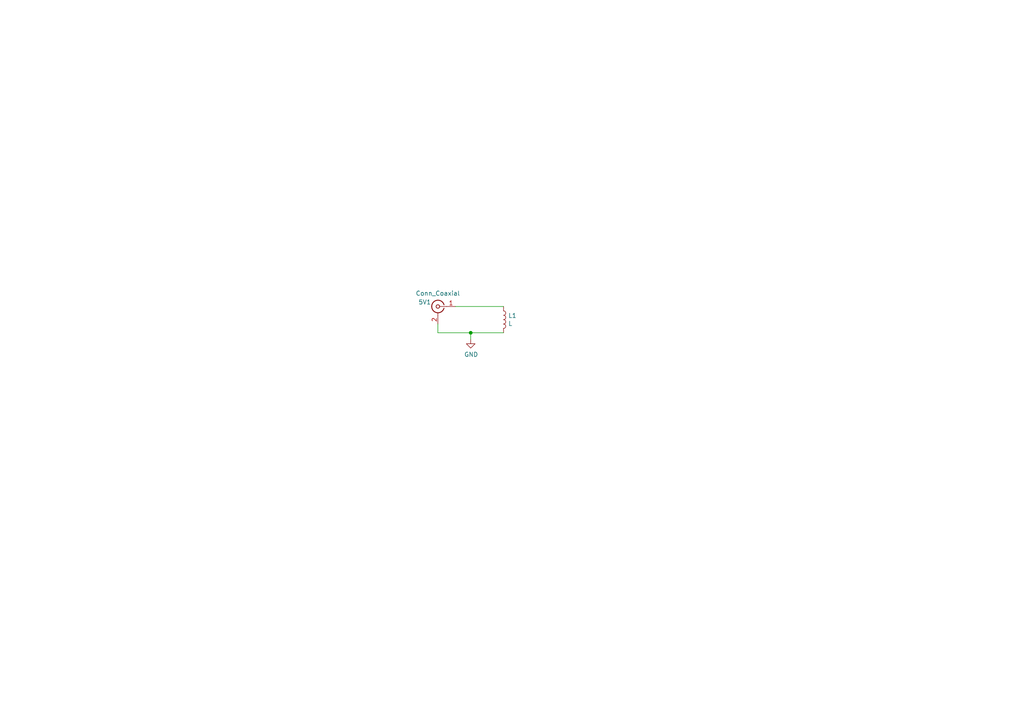
<source format=kicad_sch>
(kicad_sch (version 20211123) (generator eeschema)
  (paper "A4")
  (lib_symbols
    (symbol "Connector:Conn_Coaxial" (pin_names (offset 1.016) hide)
      (property "Reference" "J" (at 0.254 3.048 0))
      (property "Value" "Conn_Coaxial" (at 2.921 0 90))
      (symbol "Conn_Coaxial_0_1"
        (arc (start -1.778 -0.508) (mid 0.222 -1.808) (end 1.778 0) (stroke (width 0.254)))
        (polyline (pts (xy -2.54 0) (xy -0.508 0)))
        (polyline (pts (xy 0 -2.54) (xy 0 -1.778)))
        (circle (center 0 0) (radius 0.508) (stroke (width 0.2032)))
        (arc (start 1.778 0) (mid 0.2221 1.8083) (end -1.778 0.508) (stroke (width 0.254)))
      )
      (symbol "Conn_Coaxial_1_1"
        (pin passive line (at -5.08 0 0) (length 2.54) (name "In") (number "1"))
        (pin passive line (at 0 -5.08 90) (length 2.54) (name "Ext") (number "2"))
      )
    )
    (symbol "Device:L" (pin_numbers hide) (pin_names (offset 1.016) hide)
      (property "Reference" "L" (at -1.27 0 90))
      (property "Value" "L" (at 1.905 0 90))
      (symbol "L_0_1"
        (arc (start 0 -2.54) (mid 0.635 -1.905) (end 0 -1.27))
        (arc (start 0 -1.27) (mid 0.635 -0.635) (end 0 0))
        (arc (start 0 0) (mid 0.635 0.635) (end 0 1.27))
        (arc (start 0 1.27) (mid 0.635 1.905) (end 0 2.54))
      )
      (symbol "L_1_1"
        (pin passive line (at 0 3.81 270) (length 1.27) (name "1") (number "1"))
        (pin passive line (at 0 -3.81 90) (length 1.27) (name "2") (number "2"))
      )
    )
    (symbol "power:GND" (power) (pin_names (offset 0))
      (property "Value" "GND" (at 0 -3.81 0))
      (symbol "GND_0_1"
        (polyline (pts (xy 0 0) (xy 0 -1.27) (xy 1.27 -1.27) (xy 0 -2.54) (xy -1.27 -1.27) (xy 0 -1.27)))
      )
      (symbol "GND_1_1"
        (pin power_in line (at 0 0 270) (length 0) hide (name "GND") (number "1"))
      )
    )
  )
  (junction (at 136.525 96.52))
  (wire (pts (xy 136.525 98.425) (xy 136.525 96.52)))
  (wire (pts (xy 132.08 88.9) (xy 146.05 88.9)))
  (wire (pts (xy 127 96.52) (xy 136.525 96.52)))
  (wire (pts (xy 136.525 96.52) (xy 146.05 96.52)))
  (wire (pts (xy 127 93.98) (xy 127 96.52)))
  (symbol (lib_id "Device:L") (at 146.05 92.71 0) (unit 1)
    (property "Reference" "L1" (at 147.3962 91.5416 0) (effects (justify left)))
    (property "Value" "L" (at 147.3962 93.853 0) (effects (justify left)))
    (property "Footprint" "L_Coil:L_Coil" (effects hide))
  )
  (symbol (lib_id "power:GND") (at 136.525 98.425 0) (unit 1)
    (property "Reference" "#PWR01" (effects hide))
    (property "Value" "GND" (at 136.652 102.8192 0))
  )
  (symbol (lib_id "Connector:Conn_Coaxial") (at 127 88.9 0) (mirror y) (unit 1)
    (property "Reference" "5V1" (at 123.19 87.63 0))
    (property "Value" "Conn_Coaxial" (at 127 85.09 0))
    (property "Footprint" "Connector_Coaxial:SMA_Samtec_SMA-J-P-X-ST-EM1_EdgeMount" (effects hide))
    (property "Datasheet" " ~" (effects hide))
  )
)
</source>
